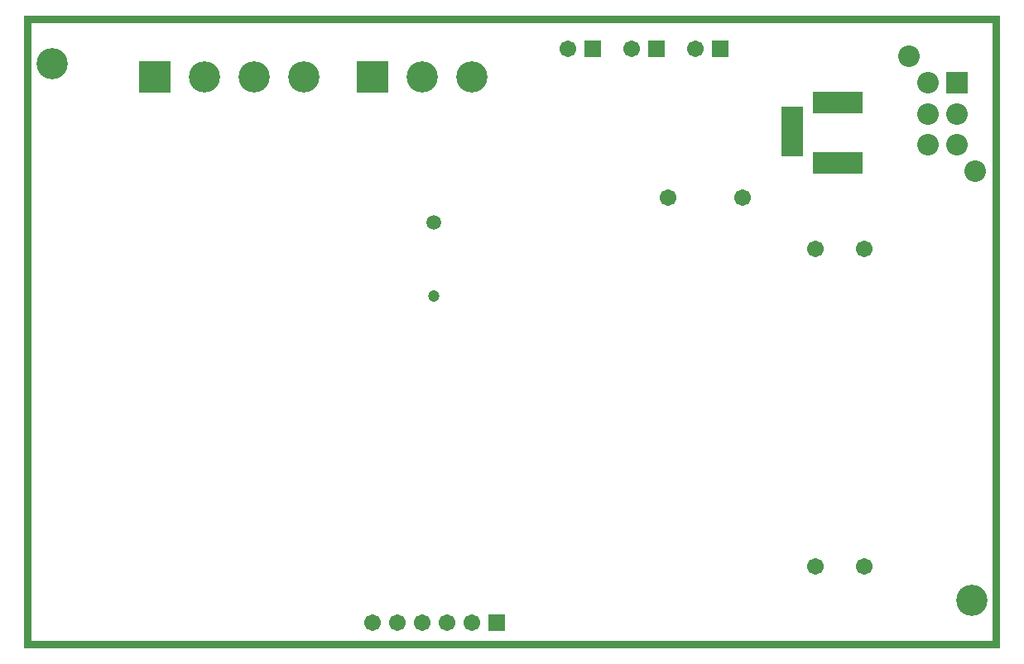
<source format=gbs>
G04*
G04 #@! TF.GenerationSoftware,Altium Limited,Altium Designer,24.5.2 (23)*
G04*
G04 Layer_Color=16711935*
%FSLAX25Y25*%
%MOIN*%
G70*
G04*
G04 #@! TF.SameCoordinates,878A51A9-24BE-43F0-8DEF-E1219167CBE3*
G04*
G04*
G04 #@! TF.FilePolarity,Negative*
G04*
G01*
G75*
%ADD76C,0.12611*%
%ADD77R,0.12611X0.12611*%
%ADD78C,0.06706*%
%ADD79C,0.06737*%
%ADD80R,0.06737X0.06737*%
%ADD81R,0.06706X0.06706*%
%ADD82R,0.08674X0.08674*%
%ADD83C,0.08674*%
%ADD84R,0.08674X0.20485*%
%ADD85R,0.20485X0.08674*%
%ADD86C,0.05918*%
%ADD87C,0.04737*%
G36*
X393209Y252461D02*
Y492D01*
X492D01*
Y1969D01*
Y255413D01*
X393209D01*
Y252461D01*
D02*
G37*
%LPC*%
G36*
X390256D02*
X3445D01*
Y3445D01*
X390256D01*
Y252461D01*
D02*
G37*
%LPD*%
D76*
X112947Y230939D02*
D03*
X92947D02*
D03*
X72947D02*
D03*
X160734D02*
D03*
X180734D02*
D03*
X381890Y19685D02*
D03*
X11811Y236221D02*
D03*
D77*
X52947Y230939D02*
D03*
X140734D02*
D03*
D78*
X259606Y182087D02*
D03*
X289606D02*
D03*
X180591Y10827D02*
D03*
X170591D02*
D03*
X160591D02*
D03*
X150591D02*
D03*
X140591D02*
D03*
X338583Y161417D02*
D03*
X318898D02*
D03*
X338583Y33465D02*
D03*
X318898D02*
D03*
D79*
X270590Y242126D02*
D03*
X219488D02*
D03*
X245000D02*
D03*
D80*
X280591D02*
D03*
X229488D02*
D03*
X255000D02*
D03*
D81*
X190591Y10827D02*
D03*
D82*
X375984Y228543D02*
D03*
D83*
Y215945D02*
D03*
Y203346D02*
D03*
X364173Y228543D02*
D03*
Y215945D02*
D03*
Y203346D02*
D03*
X383465Y192717D02*
D03*
X356693Y239173D02*
D03*
D84*
X309646Y208661D02*
D03*
D85*
X328150Y220472D02*
D03*
Y196063D02*
D03*
D86*
X165354Y172028D02*
D03*
D87*
Y142539D02*
D03*
M02*

</source>
